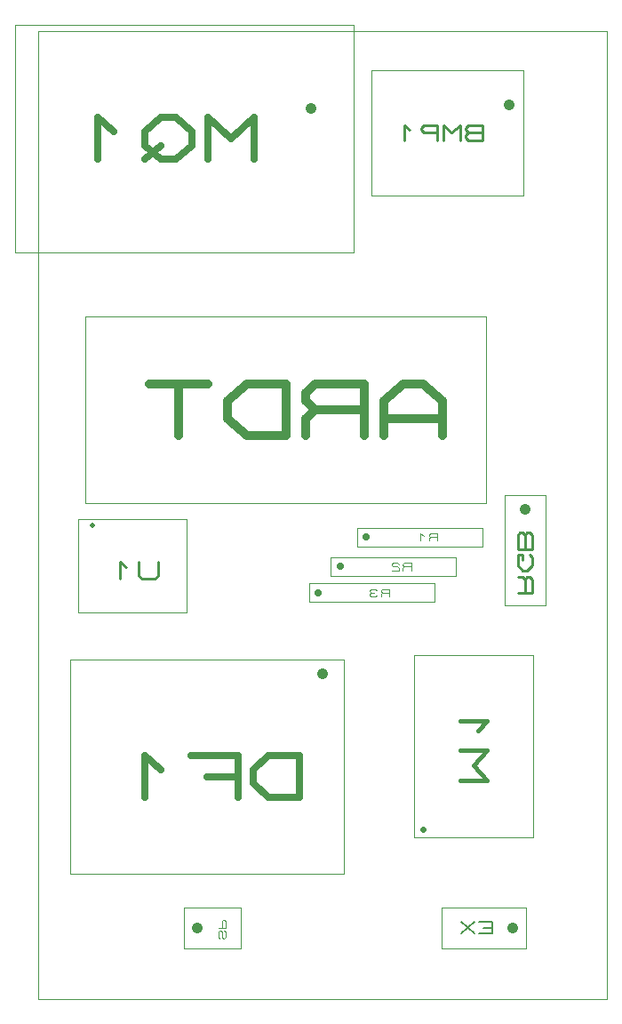
<source format=gbr>
G04 PROTEUS GERBER X2 FILE*
%TF.GenerationSoftware,Labcenter,Proteus,8.15-SP1-Build34318*%
%TF.CreationDate,2024-01-08T11:51:49+00:00*%
%TF.FileFunction,AssemblyDrawing,Top*%
%TF.FilePolarity,Positive*%
%TF.Part,Single*%
%TF.SameCoordinates,{48404f31-340f-4c03-a89b-c5ec1aaa3b79}*%
%FSLAX45Y45*%
%MOMM*%
G01*
%TA.AperFunction,Profile*%
%ADD17C,0.101600*%
%TA.AperFunction,Material*%
%ADD18C,0.101600*%
%ADD23C,1.016000*%
%ADD24C,0.235400*%
%ADD25C,0.664580*%
%ADD26C,0.826340*%
%ADD27C,0.231130*%
%ADD28C,0.711200*%
%ADD29C,0.117340*%
%ADD72C,0.508000*%
%ADD73C,0.267200*%
%ADD30C,0.609600*%
%ADD31C,0.423060*%
%ADD32C,0.653980*%
%ADD33C,0.187440*%
%ADD34C,0.113780*%
%TD.AperFunction*%
D17*
X-5140000Y-30000D02*
X+280000Y-30000D01*
X+280000Y+9190000D01*
X-5140000Y+9190000D01*
X-5140000Y-30000D01*
D18*
X-1962400Y+7626400D02*
X-514420Y+7626400D01*
X-514420Y+8820000D01*
X-1962400Y+8820000D01*
X-1962400Y+7626400D01*
D23*
X-650000Y+8490000D02*
X-650000Y+8490000D01*
D24*
X-907868Y+8152578D02*
X-907868Y+8293822D01*
X-1040284Y+8293822D01*
X-1066767Y+8270281D01*
X-1066767Y+8246741D01*
X-1040284Y+8223200D01*
X-1066767Y+8199659D01*
X-1066767Y+8176119D01*
X-1040284Y+8152578D01*
X-907868Y+8152578D01*
X-907868Y+8223200D02*
X-1040284Y+8223200D01*
X-1119734Y+8152578D02*
X-1119734Y+8293822D01*
X-1199183Y+8223200D01*
X-1278633Y+8293822D01*
X-1278633Y+8152578D01*
X-1331600Y+8152578D02*
X-1331600Y+8293822D01*
X-1464016Y+8293822D01*
X-1490499Y+8270281D01*
X-1490499Y+8246741D01*
X-1464016Y+8223200D01*
X-1331600Y+8223200D01*
X-1596432Y+8246741D02*
X-1649399Y+8293822D01*
X-1649399Y+8152578D01*
D18*
X-5355080Y+7084920D02*
X-2134920Y+7084920D01*
X-2134920Y+9250000D01*
X-5355080Y+9250000D01*
X-5355080Y+7084920D01*
D23*
X-2540000Y+8450000D02*
X-2540000Y+8450000D01*
D25*
X-3075753Y+7968084D02*
X-3075753Y+8366835D01*
X-3300049Y+8167460D01*
X-3524346Y+8366835D01*
X-3524346Y+7968084D01*
X-3673878Y+8233918D02*
X-3823409Y+8366835D01*
X-3972940Y+8366835D01*
X-4122471Y+8233918D01*
X-4122471Y+8101001D01*
X-3972940Y+7968084D01*
X-3823409Y+7968084D01*
X-3673878Y+8101001D01*
X-3673878Y+8233918D01*
X-3972940Y+8101001D02*
X-4122471Y+7968084D01*
X-4421534Y+8233918D02*
X-4571065Y+8366835D01*
X-4571065Y+7968084D01*
D18*
X-4686080Y+4693000D02*
X-865920Y+4693000D01*
X-865920Y+6471000D01*
X-4686080Y+6471000D01*
X-4686080Y+4693000D01*
D26*
X-1288576Y+5334096D02*
X-1288576Y+5664635D01*
X-1474504Y+5829904D01*
X-1660432Y+5829904D01*
X-1846360Y+5664635D01*
X-1846360Y+5334096D01*
X-1288576Y+5499365D02*
X-1846360Y+5499365D01*
X-2032288Y+5334096D02*
X-2032288Y+5829904D01*
X-2497108Y+5829904D01*
X-2590072Y+5747269D01*
X-2590072Y+5664635D01*
X-2497108Y+5582000D01*
X-2032288Y+5582000D01*
X-2497108Y+5582000D02*
X-2590072Y+5499365D01*
X-2590072Y+5334096D01*
X-2776000Y+5334096D02*
X-2776000Y+5829904D01*
X-3147856Y+5829904D01*
X-3333784Y+5664635D01*
X-3333784Y+5499365D01*
X-3147856Y+5334096D01*
X-2776000Y+5334096D01*
X-3519712Y+5829904D02*
X-4077496Y+5829904D01*
X-3798604Y+5829904D02*
X-3798604Y+5334096D01*
D18*
X-695580Y+3719920D02*
X-304420Y+3719920D01*
X-304420Y+4766080D01*
X-695580Y+4766080D01*
X-695580Y+3719920D01*
D23*
X-500000Y+4634000D02*
X-500000Y+4634000D01*
D27*
X-569342Y+3839523D02*
X-430658Y+3839523D01*
X-430658Y+3969538D01*
X-453772Y+3995541D01*
X-476886Y+3995541D01*
X-500000Y+3969538D01*
X-500000Y+3839523D01*
X-500000Y+3969538D02*
X-523114Y+3995541D01*
X-569342Y+3995541D01*
X-523114Y+4151560D02*
X-523114Y+4203566D01*
X-569342Y+4203566D01*
X-569342Y+4099554D01*
X-523114Y+4047548D01*
X-476886Y+4047548D01*
X-430658Y+4099554D01*
X-430658Y+4177563D01*
X-453772Y+4203566D01*
X-569342Y+4255573D02*
X-430658Y+4255573D01*
X-430658Y+4385588D01*
X-453772Y+4411591D01*
X-476886Y+4411591D01*
X-500000Y+4385588D01*
X-523114Y+4411591D01*
X-546228Y+4411591D01*
X-569342Y+4385588D01*
X-569342Y+4255573D01*
X-500000Y+4255573D02*
X-500000Y+4385588D01*
D18*
X-2098900Y+4281100D02*
X-905100Y+4281100D01*
X-905100Y+4458900D01*
X-2098900Y+4458900D01*
X-2098900Y+4281100D01*
D28*
X-2010000Y+4370000D02*
X-2010000Y+4370000D01*
D29*
X-1334158Y+4334796D02*
X-1334158Y+4405204D01*
X-1400165Y+4405204D01*
X-1413367Y+4393469D01*
X-1413367Y+4381735D01*
X-1400165Y+4370000D01*
X-1334158Y+4370000D01*
X-1400165Y+4370000D02*
X-1413367Y+4358265D01*
X-1413367Y+4334796D01*
X-1466173Y+4381735D02*
X-1492576Y+4405204D01*
X-1492576Y+4334796D01*
D18*
X-2348900Y+4001100D02*
X-1155100Y+4001100D01*
X-1155100Y+4178900D01*
X-2348900Y+4178900D01*
X-2348900Y+4001100D01*
D28*
X-2260000Y+4090000D02*
X-2260000Y+4090000D01*
D29*
X-1584158Y+4054796D02*
X-1584158Y+4125204D01*
X-1650165Y+4125204D01*
X-1663367Y+4113469D01*
X-1663367Y+4101735D01*
X-1650165Y+4090000D01*
X-1584158Y+4090000D01*
X-1650165Y+4090000D02*
X-1663367Y+4078265D01*
X-1663367Y+4054796D01*
X-1702971Y+4113469D02*
X-1716173Y+4125204D01*
X-1755777Y+4125204D01*
X-1768979Y+4113469D01*
X-1768979Y+4101735D01*
X-1755777Y+4090000D01*
X-1716173Y+4090000D01*
X-1702971Y+4078265D01*
X-1702971Y+4054796D01*
X-1768979Y+4054796D01*
D18*
X-2558900Y+3751100D02*
X-1365100Y+3751100D01*
X-1365100Y+3928900D01*
X-2558900Y+3928900D01*
X-2558900Y+3751100D01*
D28*
X-2470000Y+3840000D02*
X-2470000Y+3840000D01*
D29*
X-1794158Y+3804796D02*
X-1794158Y+3875204D01*
X-1860165Y+3875204D01*
X-1873367Y+3863469D01*
X-1873367Y+3851735D01*
X-1860165Y+3840000D01*
X-1794158Y+3840000D01*
X-1860165Y+3840000D02*
X-1873367Y+3828265D01*
X-1873367Y+3804796D01*
X-1912971Y+3863469D02*
X-1926173Y+3875204D01*
X-1965777Y+3875204D01*
X-1978979Y+3863469D01*
X-1978979Y+3851735D01*
X-1965777Y+3840000D01*
X-1978979Y+3828265D01*
X-1978979Y+3816531D01*
X-1965777Y+3804796D01*
X-1926173Y+3804796D01*
X-1912971Y+3816531D01*
X-1939374Y+3840000D02*
X-1965777Y+3840000D01*
D18*
X-4752080Y+3654500D02*
X-3725920Y+3654500D01*
X-3725920Y+4543500D01*
X-4752080Y+4543500D01*
X-4752080Y+3654500D01*
D72*
X-4620000Y+4480000D02*
X-4620000Y+4480000D01*
D73*
X-3998513Y+4134712D02*
X-3998513Y+4001108D01*
X-4028573Y+3974387D01*
X-4148817Y+3974387D01*
X-4178878Y+4001108D01*
X-4178878Y+4134712D01*
X-4299121Y+4081270D02*
X-4359243Y+4134712D01*
X-4359243Y+3974387D01*
D18*
X-1552080Y+1507920D02*
X-424320Y+1507920D01*
X-424320Y+3245280D01*
X-1552080Y+3245280D01*
X-1552080Y+1507920D01*
D30*
X-1470000Y+1590000D02*
X-1470000Y+1590000D01*
D31*
X-1115120Y+2052121D02*
X-861281Y+2052121D01*
X-988200Y+2194905D01*
X-861281Y+2337690D01*
X-1115120Y+2337690D01*
X-945894Y+2528069D02*
X-861281Y+2623259D01*
X-1115120Y+2623259D01*
D18*
X-4835080Y+1159920D02*
X-2224920Y+1159920D01*
X-2224920Y+3205080D01*
X-4835080Y+3205080D01*
X-4835080Y+1159920D01*
D23*
X-2430000Y+3070000D02*
X-2430000Y+3070000D01*
D32*
X-2647123Y+1893364D02*
X-2647123Y+2285755D01*
X-2941415Y+2285755D01*
X-3088561Y+2154958D01*
X-3088561Y+2024161D01*
X-2941415Y+1893364D01*
X-2647123Y+1893364D01*
X-3235708Y+1893364D02*
X-3235708Y+2285755D01*
X-3677146Y+2285755D01*
X-3235708Y+2089560D02*
X-3530000Y+2089560D01*
X-3971439Y+2154958D02*
X-4118585Y+2285755D01*
X-4118585Y+1893364D01*
D18*
X-1294080Y+454420D02*
X-487920Y+454420D01*
X-487920Y+845580D01*
X-1294080Y+845580D01*
X-1294080Y+454420D01*
D23*
X-620000Y+650000D02*
X-620000Y+650000D01*
D33*
X-940266Y+593768D02*
X-813744Y+593768D01*
X-813744Y+706232D01*
X-940266Y+706232D01*
X-813744Y+650000D02*
X-898092Y+650000D01*
X-982440Y+706232D02*
X-1108962Y+593768D01*
X-982440Y+593768D02*
X-1108962Y+706232D01*
D18*
X-3752080Y+454420D02*
X-3205920Y+454420D01*
X-3205920Y+845580D01*
X-3752080Y+845580D01*
X-3752080Y+454420D01*
D23*
X-3620000Y+650000D02*
X-3620000Y+650000D01*
D34*
X-3410317Y+547595D02*
X-3421696Y+560395D01*
X-3421696Y+611598D01*
X-3410317Y+624398D01*
X-3398939Y+624398D01*
X-3387560Y+611598D01*
X-3387560Y+560395D01*
X-3376182Y+547595D01*
X-3364804Y+547595D01*
X-3353425Y+560395D01*
X-3353425Y+611598D01*
X-3364804Y+624398D01*
X-3421696Y+650000D02*
X-3353425Y+650000D01*
X-3353425Y+714003D01*
X-3364804Y+726803D01*
X-3376182Y+726803D01*
X-3387560Y+714003D01*
X-3387560Y+650000D01*
M02*

</source>
